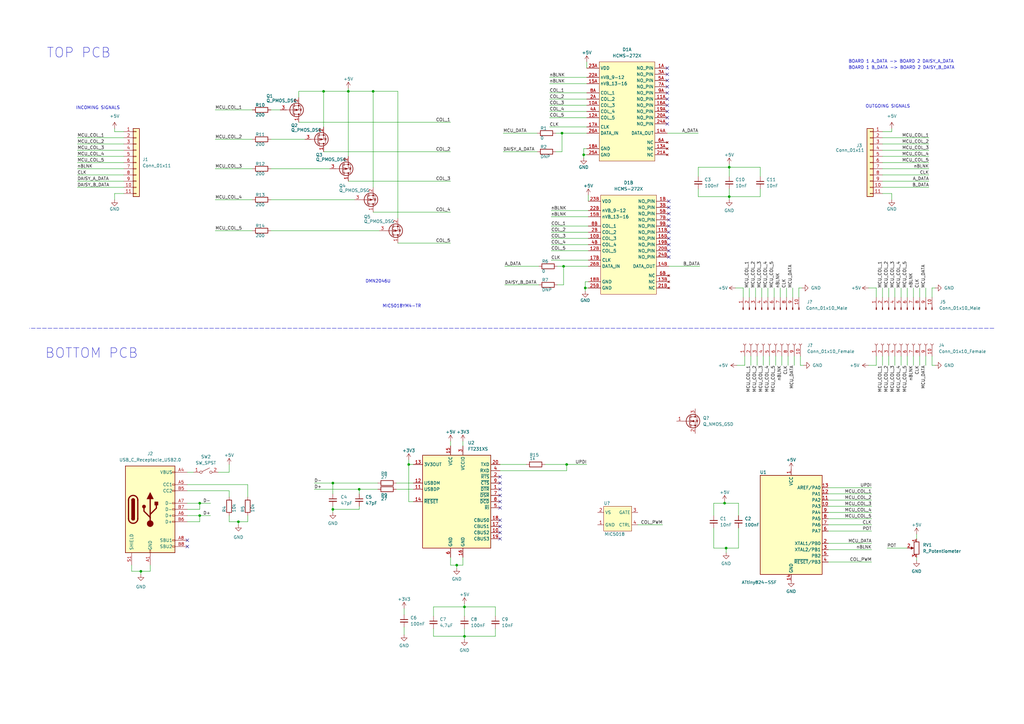
<source format=kicad_sch>
(kicad_sch (version 20211123) (generator eeschema)
  (paper "A3")
  (junction (at 231.14 109.22))
  (junction (at 147.32 200.66))
  (junction (at 57.785 234.315))
  (junction (at 297.18 206.375))
  (junction (at 232.41 190.5))
  (junction (at 240.03 118.11))
  (junction (at 190.5 260.985))
  (junction (at 299.085 80.645))
  (junction (at 187.325 231.775))
  (junction (at 132.715 37.465))
  (junction (at 136.525 208.915))
  (junction (at 167.64 190.5))
  (junction (at 81.915 211.455))
  (junction (at 230.505 54.61))
  (junction (at 299.085 68.58))
  (junction (at 153.035 37.465))
  (junction (at 97.79 213.995))
  (junction (at 297.815 224.79))
  (junction (at 142.875 37.465))
  (junction (at 239.395 63.5))
  (junction (at 190.5 248.92))
  (junction (at 136.525 198.12))
  (junction (at 81.915 206.375))
  (no_connect (at 205.105 198.12))
  (no_connect (at 205.105 213.36))
  (no_connect (at 205.105 195.58))
  (no_connect (at 205.105 203.2))
  (no_connect (at 205.105 208.28))
  (no_connect (at 273.685 33.02))
  (no_connect (at 273.685 48.26))
  (no_connect (at 273.685 35.56))
  (no_connect (at 274.32 102.87))
  (no_connect (at 274.32 105.41))
  (no_connect (at 274.32 100.33))
  (no_connect (at 274.32 95.25))
  (no_connect (at 274.32 82.55))
  (no_connect (at 274.32 92.71))
  (no_connect (at 274.32 87.63))
  (no_connect (at 274.32 85.09))
  (no_connect (at 274.32 97.79))
  (no_connect (at 274.32 90.17))
  (no_connect (at 273.685 45.72))
  (no_connect (at 273.685 27.94))
  (no_connect (at 273.685 38.1))
  (no_connect (at 273.685 43.18))
  (no_connect (at 205.105 220.98))
  (no_connect (at 205.105 200.66))
  (no_connect (at 273.685 40.64))
  (no_connect (at 273.685 30.48))
  (no_connect (at 76.835 224.155))
  (no_connect (at 76.835 221.615))
  (no_connect (at 205.105 205.74))
  (no_connect (at 273.685 50.8))
  (no_connect (at 205.105 215.9))
  (no_connect (at 205.105 218.44))
  (wire (pts (xy 46.99 53.975) (xy 46.99 52.705)))
  (wire (pts (xy 307.975 146.05) (xy 307.975 149.86)))
  (wire (pts (xy 57.785 234.315) (xy 61.595 234.315)))
  (wire (pts (xy 76.835 206.375) (xy 81.915 206.375)))
  (wire (pts (xy 274.32 109.22) (xy 287.02 109.22)))
  (wire (pts (xy 225.425 45.72) (xy 240.665 45.72)))
  (wire (pts (xy 163.195 99.695) (xy 184.785 99.695)))
  (wire (pts (xy 111.125 81.915) (xy 145.415 81.915)))
  (wire (pts (xy 169.545 205.74) (xy 167.64 205.74)))
  (wire (pts (xy 381 66.675) (xy 361.95 66.675)))
  (wire (pts (xy 31.75 59.055) (xy 50.8 59.055)))
  (wire (pts (xy 46.99 79.375) (xy 50.8 79.375)))
  (wire (pts (xy 111.125 69.215) (xy 135.255 69.215)))
  (wire (pts (xy 136.525 208.915) (xy 136.525 210.185)))
  (wire (pts (xy 225.425 52.07) (xy 240.665 52.07)))
  (wire (pts (xy 228.6 109.22) (xy 231.14 109.22)))
  (wire (pts (xy 382.27 149.86) (xy 383.54 149.86)))
  (wire (pts (xy 177.8 260.985) (xy 190.5 260.985)))
  (wire (pts (xy 190.5 248.92) (xy 190.5 252.73)))
  (wire (pts (xy 383.54 118.11) (xy 382.27 118.11)))
  (wire (pts (xy 225.425 38.1) (xy 240.665 38.1)))
  (wire (pts (xy 292.735 206.375) (xy 292.735 211.455)))
  (wire (pts (xy 339.725 205.105) (xy 357.505 205.105)))
  (wire (pts (xy 142.875 64.135) (xy 142.875 37.465)))
  (wire (pts (xy 93.98 211.455) (xy 93.98 213.995)))
  (wire (pts (xy 142.875 37.465) (xy 153.035 37.465)))
  (wire (pts (xy 31.75 64.135) (xy 50.8 64.135)))
  (wire (pts (xy 339.725 210.185) (xy 357.505 210.185)))
  (wire (pts (xy 382.27 118.11) (xy 382.27 121.92)))
  (wire (pts (xy 299.085 80.645) (xy 311.785 80.645)))
  (wire (pts (xy 132.715 37.465) (xy 132.715 52.07)))
  (wire (pts (xy 226.06 86.36) (xy 241.3 86.36)))
  (wire (pts (xy 53.975 234.315) (xy 57.785 234.315)))
  (wire (pts (xy 184.785 228.6) (xy 184.785 231.775)))
  (wire (pts (xy 189.865 180.975) (xy 189.865 182.88)))
  (wire (pts (xy 305.435 149.86) (xy 302.26 149.86)))
  (wire (pts (xy 153.035 86.995) (xy 184.785 86.995)))
  (wire (pts (xy 374.65 121.92) (xy 374.65 118.11)))
  (wire (pts (xy 165.735 249.555) (xy 165.735 252.095)))
  (wire (pts (xy 228.6 116.84) (xy 231.14 116.84)))
  (wire (pts (xy 122.555 37.465) (xy 122.555 40.005)))
  (wire (pts (xy 230.505 54.61) (xy 240.665 54.61)))
  (wire (pts (xy 190.5 260.985) (xy 190.5 262.255)))
  (wire (pts (xy 31.75 61.595) (xy 50.8 61.595)))
  (wire (pts (xy 297.18 205.74) (xy 297.18 206.375)))
  (wire (pts (xy 361.95 146.05) (xy 361.95 149.86)))
  (wire (pts (xy 226.06 88.9) (xy 241.3 88.9)))
  (wire (pts (xy 177.8 257.81) (xy 177.8 260.985)))
  (wire (pts (xy 311.785 72.39) (xy 311.785 68.58)))
  (wire (pts (xy 128.905 200.66) (xy 147.32 200.66)))
  (wire (pts (xy 382.27 146.05) (xy 382.27 149.86)))
  (wire (pts (xy 111.125 45.085) (xy 114.935 45.085)))
  (wire (pts (xy 97.79 213.995) (xy 101.6 213.995)))
  (wire (pts (xy 322.58 121.92) (xy 322.58 118.11)))
  (wire (pts (xy 339.725 212.725) (xy 357.505 212.725)))
  (wire (pts (xy 184.785 180.975) (xy 184.785 182.88)))
  (wire (pts (xy 339.725 225.425) (xy 357.505 225.425)))
  (wire (pts (xy 207.01 116.84) (xy 220.98 116.84)))
  (wire (pts (xy 328.295 149.86) (xy 329.565 149.86)))
  (wire (pts (xy 359.41 121.92) (xy 359.41 118.11)))
  (wire (pts (xy 314.96 121.92) (xy 314.96 118.11)))
  (wire (pts (xy 318.135 146.05) (xy 318.135 149.86)))
  (wire (pts (xy 81.915 206.375) (xy 86.36 206.375)))
  (wire (pts (xy 76.835 211.455) (xy 81.915 211.455)))
  (wire (pts (xy 240.03 118.11) (xy 240.03 119.38)))
  (wire (pts (xy 132.715 37.465) (xy 142.875 37.465)))
  (wire (pts (xy 230.505 62.23) (xy 230.505 54.61)))
  (wire (pts (xy 292.735 206.375) (xy 297.18 206.375)))
  (wire (pts (xy 299.085 68.58) (xy 286.385 68.58)))
  (wire (pts (xy 147.32 207.645) (xy 147.32 208.915)))
  (wire (pts (xy 147.32 200.66) (xy 154.94 200.66)))
  (wire (pts (xy 339.725 215.265) (xy 357.505 215.265)))
  (wire (pts (xy 381 69.215) (xy 361.95 69.215)))
  (wire (pts (xy 88.265 69.215) (xy 103.505 69.215)))
  (wire (pts (xy 31.75 76.835) (xy 50.8 76.835)))
  (wire (pts (xy 369.57 146.05) (xy 369.57 149.86)))
  (wire (pts (xy 81.915 211.455) (xy 86.36 211.455)))
  (wire (pts (xy 81.915 211.455) (xy 81.915 213.995)))
  (wire (pts (xy 76.835 193.675) (xy 79.375 193.675)))
  (wire (pts (xy 207.01 109.22) (xy 220.98 109.22)))
  (wire (pts (xy 142.875 74.295) (xy 184.785 74.295)))
  (wire (pts (xy 304.8 121.92) (xy 304.8 118.11)))
  (wire (pts (xy 317.5 121.92) (xy 317.5 118.11)))
  (wire (pts (xy 299.085 77.47) (xy 299.085 80.645)))
  (wire (pts (xy 225.425 34.29) (xy 240.665 34.29)))
  (wire (pts (xy 111.125 94.615) (xy 155.575 94.615)))
  (wire (pts (xy 297.815 224.79) (xy 302.895 224.79)))
  (wire (pts (xy 31.75 74.295) (xy 50.8 74.295)))
  (wire (pts (xy 53.975 231.775) (xy 53.975 234.315)))
  (wire (pts (xy 101.6 198.755) (xy 76.835 198.755)))
  (wire (pts (xy 312.42 121.92) (xy 312.42 118.11)))
  (wire (pts (xy 93.98 201.295) (xy 93.98 203.835)))
  (wire (pts (xy 88.265 45.085) (xy 103.505 45.085)))
  (wire (pts (xy 364.49 146.05) (xy 364.49 149.86)))
  (wire (pts (xy 162.56 198.12) (xy 169.545 198.12)))
  (wire (pts (xy 328.295 146.05) (xy 328.295 149.86)))
  (wire (pts (xy 190.5 257.81) (xy 190.5 260.985)))
  (wire (pts (xy 286.385 77.47) (xy 286.385 80.645)))
  (wire (pts (xy 325.755 146.05) (xy 325.755 149.86)))
  (wire (pts (xy 361.95 53.975) (xy 365.76 53.975)))
  (wire (pts (xy 304.8 118.11) (xy 301.625 118.11)))
  (wire (pts (xy 379.73 121.92) (xy 379.73 118.11)))
  (wire (pts (xy 231.14 109.22) (xy 241.3 109.22)))
  (wire (pts (xy 122.555 37.465) (xy 132.715 37.465)))
  (wire (pts (xy 369.57 121.92) (xy 369.57 118.11)))
  (wire (pts (xy 88.265 57.15) (xy 103.505 57.15)))
  (wire (pts (xy 310.515 146.05) (xy 310.515 149.86)))
  (wire (pts (xy 231.14 116.84) (xy 231.14 109.22)))
  (wire (pts (xy 206.375 54.61) (xy 220.345 54.61)))
  (wire (pts (xy 379.73 146.05) (xy 379.73 149.86)))
  (wire (pts (xy 359.41 118.11) (xy 356.235 118.11)))
  (wire (pts (xy 320.04 121.92) (xy 320.04 118.11)))
  (wire (pts (xy 381 59.055) (xy 361.95 59.055)))
  (wire (pts (xy 88.265 94.615) (xy 103.505 94.615)))
  (wire (pts (xy 190.5 247.65) (xy 190.5 248.92)))
  (wire (pts (xy 372.11 146.05) (xy 372.11 149.86)))
  (wire (pts (xy 381 76.835) (xy 361.95 76.835)))
  (wire (pts (xy 313.055 146.05) (xy 313.055 149.86)))
  (wire (pts (xy 153.035 37.465) (xy 163.195 37.465)))
  (wire (pts (xy 225.425 40.64) (xy 240.665 40.64)))
  (wire (pts (xy 142.875 36.195) (xy 142.875 37.465)))
  (wire (pts (xy 205.105 190.5) (xy 215.9 190.5)))
  (wire (pts (xy 93.98 213.995) (xy 97.79 213.995)))
  (wire (pts (xy 169.545 190.5) (xy 167.64 190.5)))
  (wire (pts (xy 223.52 190.5) (xy 232.41 190.5)))
  (wire (pts (xy 381 74.295) (xy 361.95 74.295)))
  (wire (pts (xy 226.06 106.68) (xy 241.3 106.68)))
  (wire (pts (xy 163.195 89.535) (xy 163.195 37.465)))
  (wire (pts (xy 101.6 213.995) (xy 101.6 211.455)))
  (wire (pts (xy 240.665 27.94) (xy 240.665 25.4)))
  (wire (pts (xy 167.64 188.595) (xy 167.64 190.5)))
  (wire (pts (xy 162.56 200.66) (xy 169.545 200.66)))
  (wire (pts (xy 97.79 213.995) (xy 97.79 215.265)))
  (wire (pts (xy 190.5 248.92) (xy 203.2 248.92)))
  (wire (pts (xy 381 61.595) (xy 361.95 61.595)))
  (wire (pts (xy 381 64.135) (xy 361.95 64.135)))
  (wire (pts (xy 297.815 224.79) (xy 292.735 224.79)))
  (wire (pts (xy 227.965 54.61) (xy 230.505 54.61)))
  (wire (pts (xy 311.785 80.645) (xy 311.785 77.47)))
  (wire (pts (xy 136.525 198.12) (xy 154.94 198.12)))
  (wire (pts (xy 365.76 79.375) (xy 361.95 79.375)))
  (wire (pts (xy 299.085 80.645) (xy 299.085 81.915)))
  (wire (pts (xy 76.835 201.295) (xy 93.98 201.295)))
  (wire (pts (xy 320.675 146.05) (xy 320.675 149.86)))
  (wire (pts (xy 136.525 198.12) (xy 136.525 202.565)))
  (wire (pts (xy 226.06 92.71) (xy 241.3 92.71)))
  (wire (pts (xy 305.435 149.86) (xy 305.435 146.05)))
  (wire (pts (xy 375.92 228.6) (xy 375.92 229.87)))
  (wire (pts (xy 122.555 50.165) (xy 184.785 50.165)))
  (wire (pts (xy 225.425 31.75) (xy 240.665 31.75)))
  (wire (pts (xy 205.105 193.04) (xy 232.41 193.04)))
  (wire (pts (xy 339.725 202.565) (xy 357.505 202.565)))
  (wire (pts (xy 315.595 146.05) (xy 315.595 149.86)))
  (wire (pts (xy 226.06 97.79) (xy 241.3 97.79)))
  (wire (pts (xy 226.06 95.25) (xy 241.3 95.25)))
  (wire (pts (xy 241.3 82.55) (xy 241.3 80.01)))
  (wire (pts (xy 147.32 200.66) (xy 147.32 202.565)))
  (wire (pts (xy 359.41 149.86) (xy 359.41 146.05)))
  (wire (pts (xy 377.19 146.05) (xy 377.19 149.86)))
  (wire (pts (xy 240.665 60.96) (xy 239.395 60.96)))
  (wire (pts (xy 203.2 260.985) (xy 203.2 257.81)))
  (wire (pts (xy 339.725 207.645) (xy 357.505 207.645)))
  (wire (pts (xy 189.865 228.6) (xy 189.865 231.775)))
  (wire (pts (xy 261.62 215.265) (xy 271.78 215.265)))
  (wire (pts (xy 297.815 224.79) (xy 297.815 226.695)))
  (wire (pts (xy 241.3 115.57) (xy 240.03 115.57)))
  (wire (pts (xy 377.19 121.92) (xy 377.19 118.11)))
  (wire (pts (xy 240.665 63.5) (xy 239.395 63.5)))
  (wire (pts (xy 339.725 222.885) (xy 357.505 222.885)))
  (wire (pts (xy 206.375 62.23) (xy 220.345 62.23)))
  (wire (pts (xy 76.835 213.995) (xy 81.915 213.995)))
  (wire (pts (xy 299.085 67.31) (xy 299.085 68.58)))
  (wire (pts (xy 365.76 81.915) (xy 365.76 79.375)))
  (wire (pts (xy 81.915 206.375) (xy 81.915 208.915)))
  (polyline (pts (xy 407.67 134.62) (xy 12.065 134.62)))
  (wire (pts (xy 239.395 63.5) (xy 239.395 64.77)))
  (wire (pts (xy 187.325 231.775) (xy 189.865 231.775)))
  (wire (pts (xy 292.735 216.535) (xy 292.735 224.79)))
  (wire (pts (xy 132.715 62.23) (xy 184.785 62.23)))
  (wire (pts (xy 50.8 53.975) (xy 46.99 53.975)))
  (wire (pts (xy 328.93 118.11) (xy 327.66 118.11)))
  (wire (pts (xy 240.03 115.57) (xy 240.03 118.11)))
  (wire (pts (xy 339.725 230.505) (xy 357.505 230.505)))
  (wire (pts (xy 381 56.515) (xy 361.95 56.515)))
  (wire (pts (xy 46.99 81.915) (xy 46.99 79.375)))
  (wire (pts (xy 361.95 121.92) (xy 361.95 118.11)))
  (wire (pts (xy 153.035 76.835) (xy 153.035 37.465)))
  (wire (pts (xy 302.895 216.535) (xy 302.895 224.79)))
  (wire (pts (xy 165.735 257.175) (xy 165.735 260.35)))
  (wire (pts (xy 136.525 207.645) (xy 136.525 208.915)))
  (wire (pts (xy 367.03 121.92) (xy 367.03 118.11)))
  (wire (pts (xy 325.12 121.92) (xy 325.12 118.11)))
  (wire (pts (xy 339.725 200.025) (xy 357.505 200.025)))
  (wire (pts (xy 327.66 118.11) (xy 327.66 121.92)))
  (wire (pts (xy 339.725 217.805) (xy 357.505 217.805)))
  (wire (pts (xy 232.41 190.5) (xy 240.665 190.5)))
  (wire (pts (xy 302.895 206.375) (xy 302.895 211.455)))
  (wire (pts (xy 365.76 53.975) (xy 365.76 52.705)))
  (wire (pts (xy 61.595 234.315) (xy 61.595 231.775)))
  (wire (pts (xy 57.785 234.315) (xy 57.785 235.585)))
  (wire (pts (xy 239.395 60.96) (xy 239.395 63.5)))
  (wire (pts (xy 226.06 100.33) (xy 241.3 100.33)))
  (wire (pts (xy 111.125 57.15) (xy 125.095 57.15)))
  (wire (pts (xy 359.41 149.86) (xy 356.235 149.86)))
  (wire (pts (xy 190.5 248.92) (xy 177.8 248.92)))
  (wire (pts (xy 89.535 193.675) (xy 93.98 193.675)))
  (wire (pts (xy 286.385 68.58) (xy 286.385 72.39)))
  (wire (pts (xy 101.6 198.755) (xy 101.6 203.835)))
  (wire (pts (xy 184.785 231.775) (xy 187.325 231.775)))
  (wire (pts (xy 190.5 260.985) (xy 203.2 260.985)))
  (wire (pts (xy 364.49 121.92) (xy 364.49 118.11)))
  (wire (pts (xy 232.41 190.5) (xy 232.41 193.04)))
  (wire (pts (xy 167.64 190.5) (xy 167.64 205.74)))
  (wire (pts (xy 177.8 248.92) (xy 177.8 252.73)))
  (wire (pts (xy 226.06 102.87) (xy 241.3 102.87)))
  (wire (pts (xy 227.965 62.23) (xy 230.505 62.23)))
  (wire (pts (xy 299.085 68.58) (xy 299.085 72.39)))
  (wire (pts (xy 225.425 43.18) (xy 240.665 43.18)))
  (wire (pts (xy 81.915 208.915) (xy 76.835 208.915)))
  (wire (pts (xy 128.905 198.12) (xy 136.525 198.12)))
  (wire (pts (xy 367.03 146.05) (xy 367.03 149.86)))
  (wire (pts (xy 299.085 68.58) (xy 311.785 68.58)))
  (wire (pts (xy 363.855 224.79) (xy 372.11 224.79)))
  (wire (pts (xy 374.65 146.05) (xy 374.65 149.86)))
  (wire (pts (xy 88.265 81.915) (xy 103.505 81.915)))
  (wire (pts (xy 273.685 54.61) (xy 286.385 54.61)))
  (wire (pts (xy 375.92 219.075) (xy 375.92 220.98)))
  (wire (pts (xy 187.325 231.775) (xy 187.325 233.045)))
  (wire (pts (xy 31.75 71.755) (xy 50.8 71.755)))
  (wire (pts (xy 309.88 121.92) (xy 309.88 118.11)))
  (wire (pts (xy 31.75 56.515) (xy 50.8 56.515)))
  (wire (pts (xy 286.385 80.645) (xy 299.085 80.645)))
  (wire (pts (xy 297.18 206.375) (xy 302.895 206.375)))
  (wire (pts (xy 136.525 208.915) (xy 147.32 208.915)))
  (wire (pts (xy 372.11 121.92) (xy 372.11 118.11)))
  (wire (pts (xy 307.34 121.92) (xy 307.34 118.11)))
  (wire (pts (xy 203.2 252.73) (xy 203.2 248.92)))
  (wire (pts (xy 323.215 146.05) (xy 323.215 149.86)))
  (wire (pts (xy 31.75 66.675) (xy 50.8 66.675)))
  (wire (pts (xy 31.75 69.215) (xy 50.8 69.215)))
  (wire (pts (xy 241.3 118.11) (xy 240.03 118.11)))
  (wire (pts (xy 381 71.755) (xy 361.95 71.755)))
  (wire (pts (xy 93.98 190.5) (xy 93.98 193.675)))
  (wire (pts (xy 225.425 48.26) (xy 240.665 48.26)))
  (text "BOTTOM PCB" (at 18.415 147.32 0) (effects (font (size 4 4)) (justify left bottom)))
  (text "BOARD 1 A_DATA -> BOARD 2 DAISY_A_DATA" (at 347.98 26.035 0) (effects (font (size 1.27 1.27)) (justify left bottom)))
  (text "BOARD 1 B_DATA -> BOARD 2 DAISY_B_DATA" (at 347.98 28.575 0) (effects (font (size 1.27 1.27)) (justify left bottom)))
  (text "INCOMING SIGNALS" (at 31.115 45.085 0) (effects (font (size 1.27 1.27)) (justify left bottom)))
  (text "MIC5018YM4-TR" (at 156.845 126.365 0) (effects (font (size 1.27 1.27)) (justify left bottom)))
  (text "OUTGOING SIGNALS" (at 354.965 44.45 0) (effects (font (size 1.27 1.27)) (justify left bottom)))
  (text "DMN2046U" (at 149.86 116.205 0) (effects (font (size 1.27 1.27)) (justify left bottom)))
  (text "TOP PCB" (at 19.05 24.13 0) (effects (font (size 4 4)) (justify left bottom)))
  (label "COL_2" (at 184.785 62.23 180))
  (label "DAISY_A_DATA" (at 206.375 62.23 0))
  (label "MCU_COL_3" (at 367.03 149.86 270))
  (label "MCU_COL_5" (at 317.5 118.11 90))
  (label "MCU_COL_5" (at 372.11 149.86 270))
  (label "nBLNK" (at 31.75 69.215 0))
  (label "A_DATA" (at 207.01 109.22 0))
  (label "MCU_DATA" (at 206.375 54.61 0))
  (label "MCU_COL_3" (at 367.03 118.11 90))
  (label "MCU_COL_4" (at 357.505 210.185 180))
  (label "CLK" (at 226.06 106.68 0))
  (label "B_DATA" (at 381 76.835 180))
  (label "A_DATA" (at 286.385 54.61 180))
  (label "MCU_COL_4" (at 381 64.135 180))
  (label "MCU_DATA" (at 357.505 222.885 180))
  (label "MCU_COL_4" (at 369.57 118.11 90))
  (label "UPDI" (at 240.665 190.5 180))
  (label "COL_3" (at 225.425 43.18 0))
  (label "MCU_COL_3" (at 31.75 61.595 0))
  (label "DAISY_A_DATA" (at 31.75 74.295 0))
  (label "CLK" (at 225.425 52.07 0))
  (label "A_DATA" (at 381 74.295 180))
  (label "CLK" (at 377.19 118.11 90))
  (label "MCU_COL_3" (at 357.505 207.645 180))
  (label "MCU_COL_3" (at 313.055 149.86 270))
  (label "COL_3" (at 184.785 74.295 180))
  (label "MCU_COL_4" (at 31.75 64.135 0))
  (label "COL_5" (at 225.425 48.26 0))
  (label "MCU_COL_2" (at 381 59.055 180))
  (label "MCU_COL_4" (at 314.96 118.11 90))
  (label "MCU_COL_5" (at 88.265 94.615 0))
  (label "D+" (at 128.905 200.66 0))
  (label "MCU_COL_1" (at 357.505 202.565 180))
  (label "MCU_COL_4" (at 88.265 81.915 0))
  (label "MCU_COL_5" (at 31.75 66.675 0))
  (label "POT" (at 357.505 217.805 180))
  (label "D-" (at 128.905 198.12 0))
  (label "COL_4" (at 225.425 45.72 0))
  (label "MCU_COL_3" (at 88.265 69.215 0))
  (label "B_DATA" (at 287.02 109.22 180))
  (label "COL_3" (at 226.06 97.79 0))
  (label "UPDI" (at 357.505 200.025 180))
  (label "nBLNK" (at 225.425 34.29 0))
  (label "CLK" (at 381 71.755 180))
  (label "POT" (at 363.855 224.79 0))
  (label "MCU_COL_1" (at 307.975 149.86 270))
  (label "CLK" (at 322.58 118.11 90))
  (label "MCU_COL_1" (at 31.75 56.515 0))
  (label "MCU_COL_5" (at 372.11 118.11 90))
  (label "nBLNK" (at 225.425 31.75 0))
  (label "MCU_COL_4" (at 315.595 149.86 270))
  (label "MCU_COL_2" (at 310.515 149.86 270))
  (label "COL_1" (at 226.06 92.71 0))
  (label "MCU_COL_1" (at 361.95 149.86 270))
  (label "MCU_COL_2" (at 309.88 118.11 90))
  (label "MCU_COL_2" (at 357.505 205.105 180))
  (label "COL_2" (at 226.06 95.25 0))
  (label "CLK" (at 31.75 71.755 0))
  (label "nBLNK" (at 357.505 225.425 180))
  (label "nBLNK" (at 374.65 118.11 90))
  (label "nBLNK" (at 374.65 149.86 270))
  (label "MCU_COL_2" (at 31.75 59.055 0))
  (label "MCU_COL_5" (at 381 66.675 180))
  (label "MCU_COL_2" (at 364.49 149.86 270))
  (label "MCU_COL_3" (at 312.42 118.11 90))
  (label "CLK" (at 323.215 149.86 270))
  (label "DAISY_B_DATA" (at 207.01 116.84 0))
  (label "MCU_COL_1" (at 361.95 118.11 90))
  (label "COL_5" (at 184.785 99.695 180))
  (label "MCU_COL_2" (at 88.265 57.15 0))
  (label "COL_2" (at 225.425 40.64 0))
  (label "MCU_COL_1" (at 307.34 118.11 90))
  (label "COL_1" (at 225.425 38.1 0))
  (label "MCU_COL_5" (at 318.135 149.86 270))
  (label "MCU_COL_2" (at 364.49 118.11 90))
  (label "CLK" (at 377.19 149.86 270))
  (label "D+" (at 86.36 211.455 180))
  (label "MCU_COL_1" (at 381 56.515 180))
  (label "MCU_DATA" (at 325.12 118.11 90))
  (label "MCU_COL_3" (at 381 61.595 180))
  (label "MCU_COL_1" (at 88.265 45.085 0))
  (label "MCU_DATA" (at 379.73 149.86 270))
  (label "COL_4" (at 184.785 86.995 180))
  (label "MCU_DATA" (at 379.73 118.11 90))
  (label "nBLNK" (at 320.04 118.11 90))
  (label "MCU_COL_4" (at 369.57 149.86 270))
  (label "COL_1" (at 184.785 50.165 180))
  (label "COL_4" (at 226.06 100.33 0))
  (label "MCU_DATA" (at 325.755 149.86 270))
  (label "nBLNK" (at 320.675 149.86 270))
  (label "D-" (at 86.36 206.375 180))
  (label "MCU_COL_5" (at 357.505 212.725 180))
  (label "DAISY_B_DATA" (at 31.75 76.835 0))
  (label "nBLNK" (at 381 69.215 180))
  (label "nBLNK" (at 226.06 86.36 0))
  (label "COL_PWM" (at 271.78 215.265 180))
  (label "COL_PWM" (at 357.505 230.505 180))
  (label "CLK" (at 357.505 215.265 180))
  (label "nBLNK" (at 226.06 88.9 0))
  (label "COL_5" (at 226.06 102.87 0))
  (symbol (lib_id "Device:R") (at 224.155 54.61 270) (unit 1)
    (property "Reference" "R1" (at 221.615 53.34 90) (effects (justify left bottom)))
    (property "Value" "0" (at 221.615 55.88 90) (effects (justify left top)))
    (property "Footprint" "Resistor_SMD:R_0603_1608Metric" (effects hide))
  )
  (symbol (lib_id "Device:R") (at 107.315 45.085 270) (unit 1)
    (property "Reference" "R10" (at 104.775 43.815 90) (effects (justify left bottom)))
    (property "Value" "200" (at 104.775 46.355 90) (effects (justify left top)))
    (property "Footprint" "Resistor_SMD:R_0603_1608Metric" (effects hide))
  )
  (symbol (lib_id "power:+3.3V") (at 189.865 180.975 0) (unit 1)
    (property "Reference" "#PWR0125" (effects hide))
    (property "Value" "+3.3V" (at 189.865 177.165 0))
  )
  (symbol (lib_id "power:GND") (at 97.79 215.265 0) (unit 1)
    (property "Reference" "#PWR0103" (effects hide))
    (property "Value" "GND" (at 97.79 220.345 0))
  )
  (symbol (lib_id "Device:R_Potentiometer") (at 375.92 224.79 0) (mirror y) (unit 1)
    (property "Reference" "RV1" (at 378.46 223.5199 0) (effects (justify right)))
    (property "Value" "R_Potentiometer" (at 378.46 226.0599 0) (effects (justify right)))
    (property "Footprint" "hcms:TRIM_3352T-1-201LF" (effects hide))
    (property "DPN" " " (at 387.35 228.6 0))
    (property "PN" "3352T-1-503LF" (effects hide))
  )
  (symbol (lib_id "power:GND") (at 239.395 64.77 0) (unit 1)
    (property "Reference" "#PWR0111" (effects hide))
    (property "Value" "GND" (at 239.395 68.58 0))
  )
  (symbol (lib_id "Device:R") (at 101.6 207.645 0) (unit 1)
    (property "Reference" "R5" (at 100.33 210.185 90) (effects (justify left bottom)))
    (property "Value" "10k" (at 102.87 210.185 90) (effects (justify left top)))
    (property "Footprint" "Resistor_SMD:R_0603_1608Metric" (effects hide))
  )
  (symbol (lib_id "hcms_dot_display:MIC5018") (at 247.65 217.805 0) (unit 1)
    (property "Reference" "U?" (at 248.92 206.375 0))
    (property "Value" "MIC5018" (at 252.095 219.075 0))
    (property "Footprint" "Package_TO_SOT_SMD:SOT-143" (effects hide))
  )
  (symbol (lib_id "power:+5V") (at 241.3 80.01 0) (unit 1)
    (property "Reference" "#PWR0115" (effects hide))
    (property "Value" "+5V" (at 241.3 76.2 0))
  )
  (symbol (lib_id "Interface_USB:FT231XS") (at 187.325 205.74 0) (unit 1)
    (property "Reference" "U2" (at 191.8844 181.61 0) (effects (justify left)))
    (property "Value" "FT231XS" (at 191.8844 184.15 0) (effects (justify left)))
    (property "Footprint" "Package_SO:SSOP-20_3.9x8.7mm_P0.635mm" (effects hide))
    (property "Datasheet" "https://www.ftdichip.com/Support/Documents/DataSheets/ICs/DS_FT231X.pdf" (effects hide))
    (property "PN" "FT231XS-U" (effects hide))
  )
  (symbol (lib_id "power:+5V") (at 142.875 36.195 0) (unit 1)
    (property "Reference" "#PWR0118" (effects hide))
    (property "Value" "+5V" (at 142.875 32.385 0))
  )
  (symbol (lib_id "power:GND") (at 299.085 81.915 0) (unit 1)
    (property "Reference" "#PWR07" (effects hide))
    (property "Value" "GND" (at 299.085 86.36 0))
  )
  (symbol (lib_id "power:+5V") (at 184.785 180.975 0) (unit 1)
    (property "Reference" "#PWR0126" (effects hide))
    (property "Value" "+5V" (at 184.785 177.165 0))
  )
  (symbol (lib_id "Device:R") (at 224.79 116.84 270) (unit 1)
    (property "Reference" "R7" (at 222.25 115.57 90) (effects (justify left bottom)))
    (property "Value" "DNP" (at 222.25 118.11 90) (effects (justify left top)))
    (property "Footprint" "Resistor_SMD:R_0603_1608Metric" (effects hide))
  )
  (symbol (lib_id "power:GND") (at 187.325 233.045 0) (unit 1)
    (property "Reference" "#PWR0124" (effects hide))
    (property "Value" "GND" (at 187.325 237.49 0))
  )
  (symbol (lib_id "power:GND") (at 365.76 81.915 0) (mirror y) (unit 1)
    (property "Reference" "#PWR0116" (effects hide))
    (property "Value" "GND" (at 365.76 85.725 0))
  )
  (symbol (lib_id "Connector:Conn_01x10_Male") (at 369.57 127 90) (unit 1)
    (property "Reference" "J5" (at 386.715 123.825 90))
    (property "Value" "Conn_01x10_Male" (at 393.7 126.365 90))
    (property "Footprint" "Connector_PinHeader_2.54mm:PinHeader_1x10_P2.54mm_Vertical" (effects hide))
  )
  (symbol (lib_id "Device:C_Small") (at 203.2 255.27 0) (unit 1)
    (property "Reference" "C9" (at 205.74 254.0062 0) (effects (justify left)))
    (property "Value" "10nF" (at 205.74 256.5462 0) (effects (justify left)))
    (property "Footprint" "Capacitor_SMD:C_0603_1608Metric" (effects hide))
  )
  (symbol (lib_id "Device:C_Small") (at 286.385 74.93 0) (unit 1)
    (property "Reference" "C3" (at 288.925 73.6662 0) (effects (justify left)))
    (property "Value" "100nF" (at 288.925 76.2062 0) (effects (justify left)))
    (property "Footprint" "Capacitor_SMD:C_0603_1608Metric" (effects hide))
  )
  (symbol (lib_id "Device:C_Small") (at 311.785 74.93 0) (unit 1)
    (property "Reference" "C11" (at 314.325 73.6662 0) (effects (justify left)))
    (property "Value" "10nF" (at 314.325 76.2062 0) (effects (justify left)))
    (property "Footprint" "Capacitor_SMD:C_0603_1608Metric" (effects hide))
  )
  (symbol (lib_id "Device:R") (at 224.155 62.23 270) (unit 1)
    (property "Reference" "R2" (at 221.615 60.96 90) (effects (justify left bottom)))
    (property "Value" "DNP" (at 221.615 63.5 90) (effects (justify left top)))
    (property "Footprint" "Resistor_SMD:R_0603_1608Metric" (effects hide))
  )
  (symbol (lib_id "power:+5V") (at 302.26 149.86 90) (mirror x) (unit 1)
    (property "Reference" "#PWR?" (effects hide))
    (property "Value" "+5V" (at 296.545 149.86 90))
  )
  (symbol (lib_id "power:+3.3V") (at 165.735 249.555 0) (unit 1)
    (property "Reference" "#PWR0120" (effects hide))
    (property "Value" "+3.3V" (at 165.735 245.745 0))
  )
  (symbol (lib_id "Device:C_Small") (at 190.5 255.27 0) (unit 1)
    (property "Reference" "C8" (at 193.04 254.0062 0) (effects (justify left)))
    (property "Value" "100nF" (at 193.04 256.5462 0) (effects (justify left)))
    (property "Footprint" "Capacitor_SMD:C_0603_1608Metric" (effects hide))
  )
  (symbol (lib_id "power:GND") (at 190.5 262.255 0) (unit 1)
    (property "Reference" "#PWR0121" (effects hide))
    (property "Value" "GND" (at 190.5 266.7 0))
  )
  (symbol (lib_id "power:+5V") (at 324.485 192.405 0) (unit 1)
    (property "Reference" "#PWR01" (effects hide))
    (property "Value" "+5V" (at 324.485 188.595 0))
  )
  (symbol (lib_id "power:GND") (at 375.92 229.87 0) (unit 1)
    (property "Reference" "#PWR0104" (effects hide))
    (property "Value" "GND" (at 375.92 234.315 0))
  )
  (symbol (lib_id "Connector_Generic:Conn_01x11") (at 356.87 66.675 0) (mirror y) (unit 1)
    (property "Reference" "J3" (at 352.425 59.69 0))
    (property "Value" "Conn_01x11" (at 348.615 61.595 0))
    (property "Footprint" "hcms:output board to board con" (effects hide))
  )
  (symbol (lib_id "Device:R") (at 107.315 81.915 270) (unit 1)
    (property "Reference" "R13" (at 104.775 80.645 90) (effects (justify left bottom)))
    (property "Value" "200" (at 104.775 83.185 90) (effects (justify left top)))
    (property "Footprint" "Resistor_SMD:R_0603_1608Metric" (effects hide))
  )
  (symbol (lib_id "Device:C_Small") (at 165.735 254.635 0) (unit 1)
    (property "Reference" "C6" (at 168.275 253.3712 0) (effects (justify left)))
    (property "Value" "100nF" (at 168.275 255.9112 0) (effects (justify left)))
    (property "Footprint" "Capacitor_SMD:C_0603_1608Metric" (effects hide))
  )
  (symbol (lib_id "MCU_Microchip_ATtiny:ATtiny84-20SS") (at 324.485 215.265 0) (unit 1)
    (property "Reference" "U1" (at 313.055 193.675 0))
    (property "Value" "ATtiny824-SSF" (at 304.165 238.125 0) (effects (justify left top)))
    (property "Footprint" "Package_SO:SOIC-14_3.9x8.7mm_P1.27mm" (effects hide))
    (property "Datasheet" "http://ww1.microchip.com/downloads/en/DeviceDoc/doc8006.pdf" (effects hide))
    (property "PN" "ATtiny824-SSF" (effects hide))
  )
  (symbol (lib_id "Device:Q_NMOS_GSD") (at 282.575 172.72 0) (unit 1)
    (property "Reference" "Q?" (at 288.29 171.4499 0) (effects (justify left)))
    (property "Value" "Q_NMOS_GSD" (at 288.29 173.9899 0) (effects (justify left)))
    (property "Footprint" "Package_TO_SOT_SMD:SOT-23" (effects hide))
  )
  (symbol (lib_id "Connector:USB_C_Receptacle_USB2.0") (at 61.595 208.915 0) (unit 1)
    (property "Reference" "J2" (at 61.595 186.055 0))
    (property "Value" "USB_C_Receptacle_USB2.0" (at 61.595 188.595 0))
    (property "Footprint" "hcms:213716-0001" (effects hide))
    (property "Datasheet" "https://www.usb.org/sites/default/files/documents/usb_type-c.zip" (effects hide))
    (property "PN" "213716-0001" (effects hide))
  )
  (symbol (lib_id "Device:R") (at 158.75 200.66 270) (unit 1)
    (property "Reference" "R9" (at 156.21 203.835 90) (effects (justify left bottom)))
    (property "Value" "27" (at 156.21 203.835 90) (effects (justify left top)))
    (property "Footprint" "Resistor_SMD:R_0603_1608Metric" (effects hide))
  )
  (symbol (lib_id "power:+5V") (at 46.99 52.705 0) (unit 1)
    (property "Reference" "#PWR0109" (effects hide))
    (property "Value" "+5V" (at 46.99 47.625 0))
  )
  (symbol (lib_id "power:+5V") (at 240.665 25.4 0) (unit 1)
    (property "Reference" "#PWR0112" (effects hide))
    (property "Value" "+5V" (at 240.665 21.59 0))
  )
  (symbol (lib_id "hcms_dot_display:HCMS-272X") (at 245.745 66.04 0) (unit 1)
    (property "Reference" "D1" (at 257.175 20.32 0))
    (property "Value" "HCMS-272X" (at 257.175 22.86 0))
    (property "Footprint" "hcms:HCMS-2722" (effects hide))
    (property "Datasheet" "https://www.datasheets360.com/pdf/9001242893375780333" (effects hide))
    (property "PN" "HCMS-2722" (effects hide))
  )
  (symbol (lib_id "power:+5V") (at 356.235 118.11 90) (mirror x) (unit 1)
    (property "Reference" "#PWR08" (effects hide))
    (property "Value" "+5V" (at 351.155 118.11 90))
  )
  (symbol (lib_id "power:GND") (at 328.93 118.11 90) (unit 1)
    (property "Reference" "#PWR?" (effects hide))
    (property "Value" "GND" (at 334.645 118.11 90))
  )
  (symbol (lib_id "power:GND") (at 165.735 260.35 0) (unit 1)
    (property "Reference" "#PWR0119" (effects hide))
    (property "Value" "GND" (at 165.735 264.795 0))
  )
  (symbol (lib_id "Device:R") (at 93.98 207.645 0) (unit 1)
    (property "Reference" "R4" (at 92.71 210.185 90) (effects (justify left bottom)))
    (property "Value" "10k" (at 95.25 210.185 90) (effects (justify left top)))
    (property "Footprint" "Resistor_SMD:R_0603_1608Metric" (effects hide))
  )
  (symbol (lib_id "Switch:SW_SPST") (at 84.455 193.675 0) (unit 1)
    (property "Reference" "SW2" (at 84.455 187.325 0))
    (property "Value" "SW_SPST" (at 84.455 189.865 0))
    (property "Footprint" "Button_Switch_SMD:SW_DIP_SPSTx03_Slide_KingTek_DSHP03TS_W7.62mm_P1.27mm" (effects hide))
  )
  (symbol (lib_id "Device:R") (at 219.71 190.5 270) (unit 1)
    (property "Reference" "R15" (at 217.17 187.325 90) (effects (justify left bottom)))
    (property "Value" "1k" (at 217.17 187.325 90) (effects (justify left top)))
    (property "Footprint" "Resistor_SMD:R_0603_1608Metric" (effects hide))
  )
  (symbol (lib_id "Device:C_Small") (at 302.895 213.995 0) (unit 1)
    (property "Reference" "C2" (at 305.435 212.7312 0) (effects (justify left)))
    (property "Value" "100nF" (at 305.435 215.2712 0) (effects (justify left)))
    (property "Footprint" "Capacitor_SMD:C_0603_1608Metric" (effects hide))
  )
  (symbol (lib_id "power:+5V") (at 190.5 247.65 0) (unit 1)
    (property "Reference" "#PWR0122" (effects hide))
    (property "Value" "+5V" (at 190.5 243.84 0))
  )
  (symbol (lib_id "power:GND") (at 324.485 238.125 0) (unit 1)
    (property "Reference" "#PWR02" (effects hide))
    (property "Value" "GND" (at 324.485 242.57 0))
  )
  (symbol (lib_id "power:+5V") (at 375.92 219.075 0) (unit 1)
    (property "Reference" "#PWR0105" (effects hide))
    (property "Value" "+5V" (at 375.92 215.265 0))
  )
  (symbol (lib_id "Connector:Conn_01x10_Female") (at 315.595 140.97 90) (unit 1)
    (property "Reference" "J?" (at 333.375 141.605 90) (effects (justify left)))
    (property "Value" "Conn_01x10_Female" (at 350.52 144.145 90) (effects (justify left)))
    (property "Footprint" "Connector_PinHeader_2.54mm:PinHeader_1x10_P2.54mm_Vertical" (effects hide))
  )
  (symbol (lib_id "power:GND") (at 136.525 210.185 0) (unit 1)
    (property "Reference" "#PWR0113" (effects hide))
    (property "Value" "GND" (at 136.525 214.63 0))
  )
  (symbol (lib_id "power:GND") (at 46.99 81.915 0) (unit 1)
    (property "Reference" "#PWR0110" (effects hide))
    (property "Value" "GND" (at 46.99 85.725 0))
  )
  (symbol (lib_id "power:+5V") (at 299.085 67.31 0) (unit 1)
    (property "Reference" "#PWR05" (effects hide))
    (property "Value" "+5V" (at 299.085 63.5 0))
  )
  (symbol (lib_id "Device:C_Small") (at 292.735 213.995 0) (unit 1)
    (property "Reference" "C1" (at 295.275 212.7312 0) (effects (justify left)))
    (property "Value" "10nF" (at 295.275 215.2712 0) (effects (justify left)))
    (property "Footprint" "Capacitor_SMD:C_0603_1608Metric" (effects hide))
  )
  (symbol (lib_id "Device:C_Small") (at 177.8 255.27 0) (unit 1)
    (property "Reference" "C7" (at 180.34 254.0062 0) (effects (justify left)))
    (property "Value" "4.7uF" (at 180.34 256.5462 0) (effects (justify left)))
    (property "Footprint" "Capacitor_SMD:C_0603_1608Metric" (effects hide))
  )
  (symbol (lib_id "power:+3.3V") (at 167.64 188.595 0) (unit 1)
    (property "Reference" "#PWR0123" (effects hide))
    (property "Value" "+3.3V" (at 167.64 184.785 0))
  )
  (symbol (lib_id "Device:R") (at 107.315 94.615 270) (unit 1)
    (property "Reference" "R14" (at 104.775 93.345 90) (effects (justify left bottom)))
    (property "Value" "200" (at 104.775 95.885 90) (effects (justify left top)))
    (property "Footprint" "Resistor_SMD:R_0603_1608Metric" (effects hide))
  )
  (symbol (lib_id "Device:R") (at 158.75 198.12 270) (unit 1)
    (property "Reference" "R8" (at 156.21 194.945 90) (effects (justify left bottom)))
    (property "Value" "27" (at 156.21 194.945 90) (effects (justify left top)))
    (property "Footprint" "Resistor_SMD:R_0603_1608Metric" (effects hide))
  )
  (symbol (lib_id "power:GND") (at 383.54 118.11 90) (unit 1)
    (property "Reference" "#PWR06" (effects hide))
    (property "Value" "GND" (at 389.255 118.11 90))
  )
  (symbol (lib_id "Device:C_Small") (at 147.32 205.105 0) (unit 1)
    (property "Reference" "C5" (at 149.86 203.8412 0) (effects (justify left)))
    (property "Value" "47pF" (at 149.86 206.3812 0) (effects (justify left)))
    (property "Footprint" "Capacitor_SMD:C_0603_1608Metric" (effects hide))
  )
  (symbol (lib_id "power:GND") (at 329.565 149.86 90) (unit 1)
    (property "Reference" "#PWR?" (effects hide))
    (property "Value" "GND" (at 335.28 149.86 90))
  )
  (symbol (lib_id "Connector_Generic:Conn_01x11") (at 55.88 66.675 0) (unit 1)
    (property "Reference" "J1" (at 58.42 65.4049 0) (effects (justify left)))
    (property "Value" "Conn_01x11" (at 58.42 67.9449 0) (effects (justify left)))
    (property "Footprint" "hcms:input board to board con" (effects hide))
  )
  (symbol (lib_name "HCMS-272X_1") (lib_id "hcms_dot_display:HCMS-272X") (at 246.38 120.65 0) (unit 2)
    (property "Reference" "D1" (at 257.81 74.93 0))
    (property "Value" "HCMS-272X" (at 257.81 77.47 0))
    (property "Footprint" "hcms:HCMS-2722" (effects hide))
    (property "PN" "HCMS-2722" (effects hide))
  )
  (symbol (lib_id "power:GND") (at 57.785 235.585 0) (unit 1)
    (property "Reference" "#PWR0101" (effects hide))
    (property "Value" "GND" (at 57.785 240.665 0))
  )
  (symbol (lib_id "Device:Q_PMOS_DSG") (at 130.175 57.15 0) (mirror x) (unit 1)
    (property "Reference" "Q2" (at 119.38 51.435 0) (effects (justify left)))
    (property "Value" "Q_PMOS_DSG" (at 119.38 53.34 0) (effects (justify left)))
    (property "Footprint" "Package_TO_SOT_SMD:SOT-23" (effects hide))
    (property "PN" "DMP3099L-13" (effects hide))
  )
  (symbol (lib_id "Connector:Conn_01x10_Female") (at 369.57 140.97 90) (unit 1)
    (property "Reference" "J4" (at 387.35 141.605 90) (effects (justify left)))
    (property "Value" "Conn_01x10_Female" (at 404.495 144.145 90) (effects (justify left)))
    (property "Footprint" "Connector_PinHeader_2.54mm:PinHeader_1x10_P2.54mm_Vertical" (effects hide))
  )
  (symbol (lib_id "Device:Q_PMOS_DSG") (at 120.015 45.085 0) (mirror x) (unit 1)
    (property "Reference" "Q1" (at 109.22 39.37 0) (effects (justify left)))
    (property "Value" "Q_PMOS_DSG" (at 109.22 41.275 0) (effects (justify left)))
    (property "Footprint" "Package_TO_SOT_SMD:SOT-23" (effects hide))
    (property "PN" "DMP3099L-13" (effects hide))
  )
  (symbol (lib_id "Device:C_Small") (at 136.525 205.105 0) (unit 1)
    (property "Reference" "C4" (at 139.7 203.8412 0) (effects (justify left)))
    (property "Value" "47pF" (at 139.7 206.3812 0) (effects (justify left)))
    (property "Footprint" "Capacitor_SMD:C_0603_1608Metric" (effects hide))
  )
  (symbol (lib_id "power:+5V") (at 301.625 118.11 90) (mirror x) (unit 1)
    (property "Reference" "#PWR?" (effects hide))
    (property "Value" "+5V" (at 296.545 118.11 90))
  )
  (symbol (lib_id "Device:Q_PMOS_DSG") (at 160.655 94.615 0) (mirror x) (unit 1)
    (property "Reference" "Q5" (at 149.225 88.9 0) (effects (justify left)))
    (property "Value" "Q_PMOS_DSG" (at 149.225 90.805 0) (effects (justify left)))
    (property "Footprint" "Package_TO_SOT_SMD:SOT-23" (effects hide))
    (property "PN" "DMP3099L-13" (effects hide))
  )
  (symbol (lib_id "Device:R") (at 224.79 109.22 270) (unit 1)
    (property "Reference" "R6" (at 222.25 107.95 90) (effects (justify left bottom)))
    (property "Value" "0" (at 222.25 110.49 90) (effects (justify left top)))
    (property "Footprint" "Resistor_SMD:R_0603_1608Metric" (effects hide))
  )
  (symbol (lib_id "power:+5V") (at 356.235 149.86 90) (mirror x) (unit 1)
    (property "Reference" "#PWR03" (effects hide))
    (property "Value" "+5V" (at 350.52 149.86 90))
  )
  (symbol (lib_id "power:+5V") (at 93.98 190.5 0) (unit 1)
    (property "Reference" "#PWR0102" (effects hide))
    (property "Value" "+5V" (at 93.98 186.69 0))
  )
  (symbol (lib_id "Device:Q_PMOS_DSG") (at 140.335 69.215 0) (mirror x) (unit 1)
    (property "Reference" "Q3" (at 129.54 63.5 0) (effects (justify left)))
    (property "Value" "Q_PMOS_DSG" (at 129.54 65.405 0) (effects (justify left)))
    (property "Footprint" "Package_TO_SOT_SMD:SOT-23" (effects hide))
    (property "PN" "DMP3099L-13" (effects hide))
  )
  (symbol (lib_id "power:GND") (at 240.03 119.38 0) (unit 1)
    (property "Reference" "#PWR0114" (effects hide))
    (property "Value" "GND" (at 240.03 123.19 0))
  )
  (symbol (lib_id "Device:C_Small") (at 299.085 74.93 0) (unit 1)
    (property "Reference" "C10" (at 301.625 73.6662 0) (effects (justify left)))
    (property "Value" "10nF" (at 301.625 76.2062 0) (effects (justify left)))
    (property "Footprint" "Capacitor_SMD:C_0603_1608Metric" (effects hide))
  )
  (symbol (lib_id "Device:Q_PMOS_DSG") (at 150.495 81.915 0) (mirror x) (unit 1)
    (property "Reference" "Q4" (at 139.065 76.2 0) (effects (justify left)))
    (property "Value" "Q_PMOS_DSG" (at 139.065 78.105 0) (effects (justify left)))
    (property "Footprint" "Package_TO_SOT_SMD:SOT-23" (effects hide))
    (property "PN" "DMP3099L-13" (effects hide))
  )
  (symbol (lib_id "power:+5V") (at 365.76 52.705 0) (mirror y) (unit 1)
    (property "Reference" "#PWR0117" (effects hide))
    (property "Value" "+5V" (at 365.76 47.625 0))
  )
  (symbol (lib_id "Device:R") (at 107.315 69.215 270) (unit 1)
    (property "Reference" "R12" (at 104.775 67.945 90) (effects (justify left bottom)))
    (property "Value" "200" (at 104.775 70.485 90) (effects (justify left top)))
    (property "Footprint" "Resistor_SMD:R_0603_1608Metric" (effects hide))
  )
  (symbol (lib_id "power:GND") (at 383.54 149.86 90) (unit 1)
    (property "Reference" "#PWR04" (effects hide))
    (property "Value" "GND" (at 389.255 149.86 90))
  )
  (symbol (lib_id "power:GND") (at 297.815 226.695 0) (unit 1)
    (property "Reference" "#PWR0108" (effects hide))
    (property "Value" "GND" (at 297.815 231.14 0))
  )
  (symbol (lib_id "power:+5V") (at 297.18 205.74 0) (unit 1)
    (property "Reference" "#PWR0107" (effects hide))
    (property "Value" "+5V" (at 297.18 201.93 0))
  )
  (symbol (lib_id "Device:R") (at 107.315 57.15 270) (unit 1)
    (property "Reference" "R11" (at 104.775 55.88 90) (effects (justify left bottom)))
    (property "Value" "200" (at 104.775 58.42 90) (effects (justify left top)))
    (property "Footprint" "Resistor_SMD:R_0603_1608Metric" (effects hide))
  )
  (symbol (lib_id "Connector:Conn_01x10_Male") (at 314.96 127 90) (unit 1)
    (property "Reference" "J?" (at 332.105 123.825 90))
    (property "Value" "Conn_01x10_Male" (at 339.09 126.365 90))
    (property "Footprint" "Connector_PinHeader_2.54mm:PinHeader_1x10_P2.54mm_Vertical" (effects hide))
  )
)
</source>
